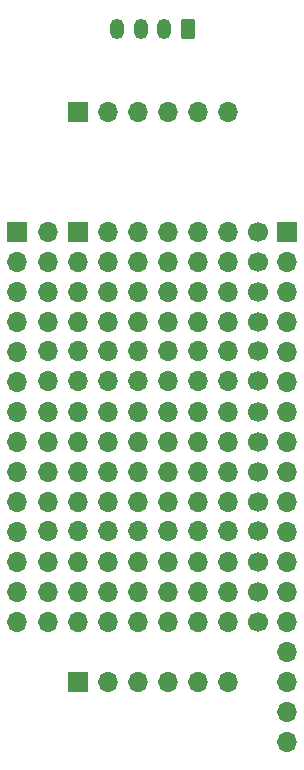
<source format=gbr>
%TF.GenerationSoftware,KiCad,Pcbnew,(6.0.8)*%
%TF.CreationDate,2022-10-15T13:13:39-04:00*%
%TF.ProjectId,firebeetle-shield,66697265-6265-4657-946c-652d73686965,v1*%
%TF.SameCoordinates,Original*%
%TF.FileFunction,Soldermask,Top*%
%TF.FilePolarity,Negative*%
%FSLAX46Y46*%
G04 Gerber Fmt 4.6, Leading zero omitted, Abs format (unit mm)*
G04 Created by KiCad (PCBNEW (6.0.8)) date 2022-10-15 13:13:39*
%MOMM*%
%LPD*%
G01*
G04 APERTURE LIST*
G04 Aperture macros list*
%AMRoundRect*
0 Rectangle with rounded corners*
0 $1 Rounding radius*
0 $2 $3 $4 $5 $6 $7 $8 $9 X,Y pos of 4 corners*
0 Add a 4 corners polygon primitive as box body*
4,1,4,$2,$3,$4,$5,$6,$7,$8,$9,$2,$3,0*
0 Add four circle primitives for the rounded corners*
1,1,$1+$1,$2,$3*
1,1,$1+$1,$4,$5*
1,1,$1+$1,$6,$7*
1,1,$1+$1,$8,$9*
0 Add four rect primitives between the rounded corners*
20,1,$1+$1,$2,$3,$4,$5,0*
20,1,$1+$1,$4,$5,$6,$7,0*
20,1,$1+$1,$6,$7,$8,$9,0*
20,1,$1+$1,$8,$9,$2,$3,0*%
G04 Aperture macros list end*
%ADD10C,1.700000*%
%ADD11O,1.700000X1.700000*%
%ADD12R,1.700000X1.700000*%
%ADD13RoundRect,0.250000X0.350000X0.625000X-0.350000X0.625000X-0.350000X-0.625000X0.350000X-0.625000X0*%
%ADD14O,1.200000X1.750000*%
G04 APERTURE END LIST*
D10*
%TO.C,REF\u002A\u002A*%
X123948658Y-151680000D03*
X123948658Y-146528857D03*
X123890000Y-144060000D03*
X123948658Y-149140000D03*
X123930908Y-141520000D03*
X123930908Y-131315969D03*
X123930908Y-126280000D03*
X123930908Y-123731678D03*
X123930908Y-133864291D03*
X123890000Y-154220000D03*
X123890000Y-121200000D03*
X123930908Y-128820000D03*
X123930908Y-136440000D03*
X123930908Y-138980000D03*
D11*
X121390908Y-126280000D03*
X121390908Y-131315969D03*
X121350000Y-144060000D03*
X121390908Y-138980000D03*
X121408658Y-149140000D03*
X121390908Y-136440000D03*
X121390908Y-141520000D03*
X121390908Y-123731678D03*
X121408658Y-146528857D03*
X121390908Y-128820000D03*
X121350000Y-154220000D03*
X121390908Y-133864291D03*
X121350000Y-121200000D03*
X121408658Y-151680000D03*
X118850908Y-138980000D03*
X118850908Y-128820000D03*
X118850908Y-131315969D03*
X118868658Y-146528857D03*
X118868658Y-149140000D03*
X118850908Y-133864291D03*
X118868658Y-151680000D03*
X118810000Y-144060000D03*
X118810000Y-121200000D03*
X118850908Y-141520000D03*
X118850908Y-136440000D03*
X118850908Y-126280000D03*
X118850908Y-123731678D03*
X118810000Y-154220000D03*
X116270000Y-154220000D03*
X116328658Y-149140000D03*
X116328658Y-151680000D03*
X116270000Y-144060000D03*
X116310908Y-141520000D03*
X116310908Y-126280000D03*
X116310908Y-136440000D03*
X116328658Y-146528857D03*
X116270000Y-121200000D03*
X116310908Y-131315969D03*
X116310908Y-133864291D03*
X116310908Y-138980000D03*
X116310908Y-128820000D03*
X116310908Y-123731678D03*
X113770908Y-138980000D03*
X113770908Y-126280000D03*
X113788658Y-146528857D03*
X113730000Y-154220000D03*
X113730000Y-144060000D03*
X113730000Y-121200000D03*
X113770908Y-141520000D03*
X113770908Y-133864291D03*
X113770908Y-128820000D03*
X113770908Y-136440000D03*
X113788658Y-151680000D03*
X113770908Y-131315969D03*
X113770908Y-123731678D03*
X113788658Y-149140000D03*
X111230908Y-141520000D03*
X111230908Y-123731678D03*
X111230908Y-138980000D03*
X111248658Y-151680000D03*
X111230908Y-136440000D03*
X111230908Y-131315969D03*
X111248658Y-146528857D03*
X111230908Y-133864291D03*
X111190000Y-144060000D03*
X111248658Y-149140000D03*
X111230908Y-126280000D03*
X111190000Y-154220000D03*
X111190000Y-121200000D03*
X111230908Y-128820000D03*
X108690908Y-126280000D03*
X108690908Y-128820000D03*
D12*
X108650000Y-121200000D03*
D11*
X108708658Y-149140000D03*
X108650000Y-154220000D03*
X108690908Y-138980000D03*
X108690908Y-136440000D03*
X108708658Y-146528857D03*
X108690908Y-141520000D03*
X108708658Y-151680000D03*
X108690908Y-131315969D03*
X108650000Y-144060000D03*
X108690908Y-133864291D03*
X108690908Y-123731678D03*
X106150908Y-141520000D03*
X106110000Y-144060000D03*
X106150908Y-126280000D03*
X106150908Y-128820000D03*
X106168658Y-146528857D03*
X106110000Y-154220000D03*
X106150908Y-136440000D03*
X106150908Y-138980000D03*
X106150908Y-131315969D03*
X106150908Y-133864291D03*
X106168658Y-151680000D03*
X106150908Y-123731678D03*
X106168658Y-149140000D03*
X106110000Y-121200000D03*
%TD*%
D12*
%TO.C,J2*%
X108650000Y-111040000D03*
D11*
X111190000Y-111040000D03*
X113730000Y-111040000D03*
X116270000Y-111040000D03*
X118810000Y-111040000D03*
X121350000Y-111040000D03*
%TD*%
D13*
%TO.C,J3*%
X118000000Y-104000000D03*
D14*
X116000000Y-104000000D03*
X114000000Y-104000000D03*
X112000000Y-104000000D03*
%TD*%
D12*
%TO.C,J4*%
X108650000Y-159300000D03*
D11*
X111190000Y-159300000D03*
X113730000Y-159300000D03*
X116270000Y-159300000D03*
X118810000Y-159300000D03*
X121350000Y-159300000D03*
%TD*%
D12*
%TO.C,J5*%
X126405000Y-121190000D03*
D11*
X126405000Y-123730000D03*
X126405000Y-126270000D03*
X126405000Y-128810000D03*
X126405000Y-131350000D03*
X126405000Y-133890000D03*
X126405000Y-136430000D03*
X126405000Y-138970000D03*
X126405000Y-141510000D03*
X126405000Y-144050000D03*
X126405000Y-146590000D03*
X126405000Y-149130000D03*
X126405000Y-151670000D03*
X126405000Y-154210000D03*
X126405000Y-156750000D03*
X126405000Y-159290000D03*
X126405000Y-161830000D03*
X126405000Y-164370000D03*
%TD*%
D12*
%TO.C,J1*%
X103545000Y-121190000D03*
D11*
X103545000Y-123730000D03*
X103545000Y-126270000D03*
X103545000Y-128810000D03*
X103545000Y-131350000D03*
X103545000Y-133890000D03*
X103545000Y-136430000D03*
X103545000Y-138970000D03*
X103545000Y-141510000D03*
X103545000Y-144050000D03*
X103545000Y-146590000D03*
X103545000Y-149130000D03*
X103545000Y-151670000D03*
X103545000Y-154210000D03*
%TD*%
M02*

</source>
